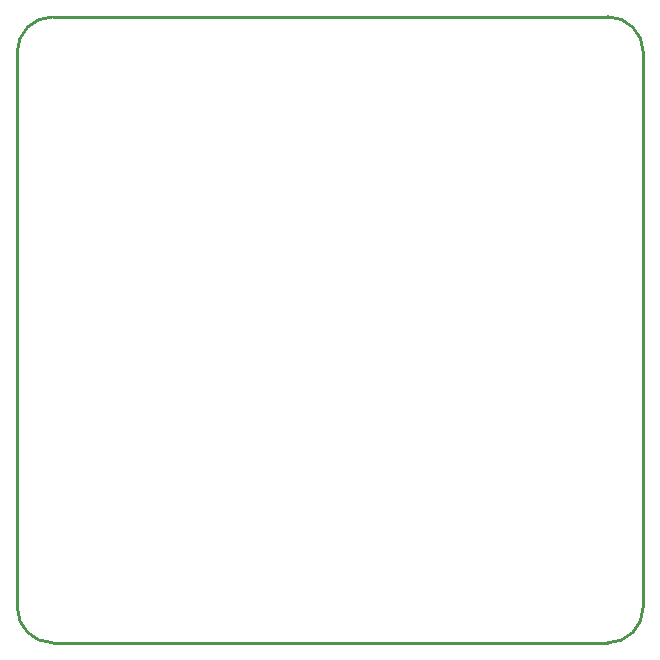
<source format=gm1>
G04 #@! TF.GenerationSoftware,KiCad,Pcbnew,(6.0.0)*
G04 #@! TF.CreationDate,2022-02-11T23:35:21-05:00*
G04 #@! TF.ProjectId,FalconRear,46616c63-6f6e-4526-9561-722e6b696361,1A*
G04 #@! TF.SameCoordinates,Original*
G04 #@! TF.FileFunction,Profile,NP*
%FSLAX46Y46*%
G04 Gerber Fmt 4.6, Leading zero omitted, Abs format (unit mm)*
G04 Created by KiCad (PCBNEW (6.0.0)) date 2022-02-11 23:35:21*
%MOMM*%
%LPD*%
G01*
G04 APERTURE LIST*
G04 #@! TA.AperFunction,Profile*
%ADD10C,0.250000*%
G04 #@! TD*
G04 APERTURE END LIST*
D10*
X168500000Y-69500000D02*
X121500000Y-69500000D01*
X171500000Y-72500000D02*
X171500000Y-119500000D01*
X118500000Y-119500000D02*
G75*
G03*
X121500000Y-122500000I2999998J-2D01*
G01*
X121500000Y-122500000D02*
X168500000Y-122500000D01*
X121500000Y-69500000D02*
G75*
G03*
X118500000Y-72500000I1J-3000001D01*
G01*
X171500000Y-72500000D02*
G75*
G03*
X168500000Y-69500000I-3000001J-1D01*
G01*
X118500000Y-72500000D02*
X118500000Y-119500000D01*
X168500000Y-122500000D02*
G75*
G03*
X171500000Y-119500000I2J2999998D01*
G01*
M02*

</source>
